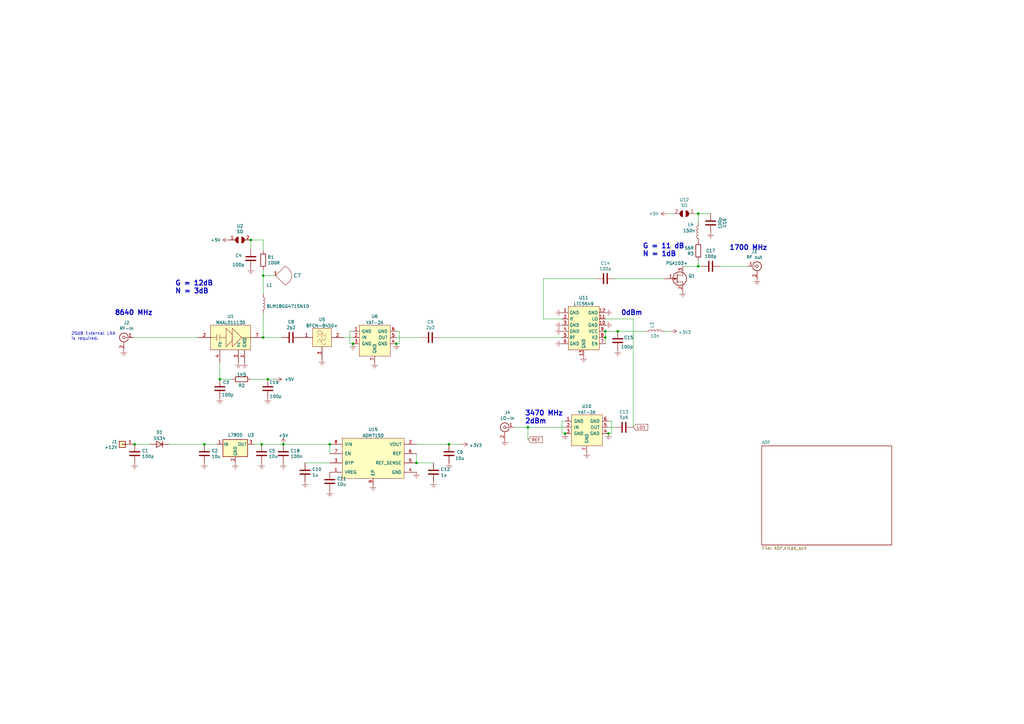
<source format=kicad_sch>
(kicad_sch (version 20211123) (generator eeschema)
  (paper "A3")
  (lib_symbols
    (symbol "Connector_Generic:Conn_01x01" (pin_names (offset 1.016) hide)
      (property "Reference" "J" (at 0 2.54 0))
      (property "Value" "Conn_01x01" (at 0 -2.54 0))
      (symbol "Conn_01x01_1_1"
        (rectangle (start -1.27 0.127) (end 0 -0.127) (stroke (width 0.1524)))
        (rectangle (start -1.27 1.27) (end 1.27 -1.27) (stroke (width 0.254)) (fill (type background)))
        (pin passive line (at -5.08 0 0) (length 3.81) (name "Pin_1") (number "1"))
      )
    )
    (symbol "Device:C" (pin_numbers hide) (pin_names (offset 0.254))
      (property "Reference" "C" (at 0.635 2.54 0))
      (property "Value" "C" (at 0.635 -2.54 0))
      (symbol "C_0_1"
        (polyline (pts (xy -2.032 -0.762) (xy 2.032 -0.762)) (stroke (width 0.508)))
        (polyline (pts (xy -2.032 0.762) (xy 2.032 0.762)) (stroke (width 0.508)))
      )
      (symbol "C_1_1"
        (pin passive line (at 0 3.81 270) (length 2.794) (name "~") (number "1"))
        (pin passive line (at 0 -3.81 90) (length 2.794) (name "~") (number "2"))
      )
    )
    (symbol "Device:D" (pin_numbers hide) (pin_names (offset 1.016) hide)
      (property "Reference" "D" (at 0 2.54 0))
      (property "Value" "D" (at 0 -2.54 0))
      (symbol "D_0_1"
        (polyline (pts (xy -1.27 1.27) (xy -1.27 -1.27)) (stroke (width 0.254)))
        (polyline (pts (xy 1.27 0) (xy -1.27 0)))
        (polyline (pts (xy 1.27 1.27) (xy 1.27 -1.27) (xy -1.27 0) (xy 1.27 1.27)) (stroke (width 0.254)))
      )
      (symbol "D_1_1"
        (pin passive line (at -3.81 0 0) (length 2.54) (name "K") (number "1"))
        (pin passive line (at 3.81 0 180) (length 2.54) (name "A") (number "2"))
      )
    )
    (symbol "Device:L" (pin_numbers hide) (pin_names (offset 1.016) hide)
      (property "Reference" "L" (at -1.27 0 90))
      (property "Value" "L" (at 1.905 0 90))
      (symbol "L_0_1"
        (arc (start 0 -2.54) (mid 0.635 -1.905) (end 0 -1.27))
        (arc (start 0 -1.27) (mid 0.635 -0.635) (end 0 0))
        (arc (start 0 0) (mid 0.635 0.635) (end 0 1.27))
        (arc (start 0 1.27) (mid 0.635 1.905) (end 0 2.54))
      )
      (symbol "L_1_1"
        (pin passive line (at 0 3.81 270) (length 1.27) (name "1") (number "1"))
        (pin passive line (at 0 -3.81 90) (length 1.27) (name "2") (number "2"))
      )
    )
    (symbol "Device:R" (pin_numbers hide) (pin_names (offset 0))
      (property "Reference" "R" (at 2.032 0 90))
      (property "Value" "R" (at 0 0 90))
      (symbol "R_0_1"
        (rectangle (start -1.016 -2.54) (end 1.016 2.54) (stroke (width 0.254)))
      )
      (symbol "R_1_1"
        (pin passive line (at 0 3.81 270) (length 1.27) (name "~") (number "1"))
        (pin passive line (at 0 -3.81 90) (length 1.27) (name "~") (number "2"))
      )
    )
    (symbol "Maarten_Kicad5:CONN_COAXIAL" (pin_names (offset 1.016) hide)
      (property "Reference" "J" (at 0.254 3.048 0))
      (property "Value" "CONN_COAXIAL" (at 2.921 0 90))
      (symbol "CONN_COAXIAL_0_1"
        (arc (start -1.778 -0.508) (mid 0.222 -1.808) (end 1.778 0) (stroke (width 0.254)))
        (polyline (pts (xy -1.27 0) (xy -0.508 0)))
        (polyline (pts (xy 0 -2.54) (xy 0 -1.778)))
        (circle (center 0 0) (radius 0.508) (stroke (width 0.2032)))
        (arc (start 1.778 0) (mid 0.222 1.8083) (end -1.778 0.508) (stroke (width 0.254)))
      )
      (symbol "CONN_COAXIAL_1_1"
        (pin passive line (at -3.81 0 0) (length 2.54) (name "In") (number "1"))
        (pin passive line (at 0 -5.08 90) (length 2.54) (name "Ext") (number "2"))
      )
    )
    (symbol "Maarten_Kicad5:SFP5189Z" (pin_names (offset 0) hide)
      (property "Reference" "Q" (at 5.08 1.905 0))
      (property "Value" "SFP5189Z" (at 5.08 0 0))
      (symbol "SFP5189Z_0_1"
        (polyline (pts (xy 0.254 1.905) (xy 0.254 -1.905) (xy 0.254 -1.905)) (stroke (width 0.254)))
        (polyline (pts (xy 2.54 -2.54) (xy 2.54 -1.27) (xy 0.254 -1.27)))
        (polyline (pts (xy 2.54 2.54) (xy 2.54 1.397) (xy 0.254 1.397)))
        (polyline (pts (xy 0 0) (xy -1.016 0.381) (xy -1.016 -0.381) (xy 0 0)) (fill (type outline)))
        (circle (center 1.27 0) (radius 2.8194) (stroke (width 0.254)))
      )
      (symbol "SFP5189Z_1_1"
        (pin input line (at -5.08 0 0) (length 5.334) (name "G") (number "1"))
        (pin passive line (at 2.54 -5.08 90) (length 2.54) (name "S") (number "2"))
        (pin passive line (at 2.54 5.08 270) (length 2.54) (name "D") (number "3"))
      )
    )
    (symbol "Maarten_Kicad5:SO" (pin_names (offset 1.016))
      (property "Reference" "U" (at 0 -2.54 0))
      (property "Value" "SO" (at 0 2.54 0))
      (symbol "SO_0_1"
        (arc (start -1.27 1.27) (mid -2.54 0) (end -1.27 -1.27) (fill (type outline)))
        (arc (start 0 -1.27) (mid 1.27 0) (end 0 1.27) (fill (type outline)))
        (polyline (pts (xy -1.27 1.27) (xy -1.27 -1.27)))
        (polyline (pts (xy 0 -1.27) (xy 0 1.27)))
      )
      (symbol "SO_1_1"
        (pin input line (at -5.08 0 0) (length 2.54) (name "~") (number "1"))
        (pin input line (at 3.81 0 180) (length 2.54) (name "~") (number "2"))
      )
    )
    (symbol "Maarten_Kicad5:printedC" (pin_names (offset 1.016))
      (property "Reference" "C" (at 1.27 -3.81 0))
      (symbol "printedC_0_1"
        (arc (start -1.27 -3.81) (mid 1.4761 0) (end -1.27 3.81))
        (polyline (pts (xy -1.27 3.81) (xy -5.08 0) (xy -1.27 -3.81)))
      )
      (symbol "printedC_1_1"
        (pin input line (at -5.08 0 0) (length 0) (name "~") (number "1"))
      )
    )
    (symbol "My_library:ADM7150" (pin_names (offset 1.016))
      (property "Reference" "U" (at 11.43 -8.89 0))
      (property "Value" "ADM7150" (at 8.89 10.16 0))
      (symbol "ADM7150_0_1"
        (rectangle (start -12.7 8.89) (end 12.7 -7.62) (fill (type background)))
      )
      (symbol "ADM7150_1_1"
        (pin input line (at -17.78 -5.08 0) (length 5.08) (name "VREG") (number "1"))
        (pin input line (at 17.78 6.35 180) (length 5.08) (name "VOUT") (number "2"))
        (pin input line (at -17.78 -1.27 0) (length 5.08) (name "BYP") (number "3"))
        (pin input line (at 17.78 -5.08 180) (length 5.08) (name "GND") (number "4"))
        (pin input line (at 17.78 -1.27 180) (length 5.08) (name "REF_SENSE") (number "5"))
        (pin input line (at 17.78 2.54 180) (length 5.08) (name "REF") (number "6"))
        (pin input line (at -17.78 2.54 0) (length 5.08) (name "EN") (number "7"))
        (pin power_in line (at -17.78 6.35 0) (length 5.08) (name "VIN") (number "8"))
        (pin input line (at 0 -10.16 90) (length 2.54) (name "EP") (number "9"))
      )
    )
    (symbol "My_library:LFSN25C16C2450" (pin_names (offset 1.016))
      (property "Reference" "U" (at 0 5.08 0))
      (property "Value" "LFSN25C16C2450" (at 7.62 -2.54 0))
      (symbol "LFSN25C16C2450_0_1"
        (rectangle (start -3.81 3.81) (end 3.81 -3.81) (fill (type background)))
        (polyline (pts (xy -0.6096 -1.8796) (xy 0.0508 -1.1176)) (stroke (width 0.1016)))
        (polyline (pts (xy -0.1524 1.2192) (xy 0.5588 1.9812) (xy 0.5588 1.9304)) (stroke (width 0.1016)))
        (polyline (pts (xy -1.8288 0.0508) (xy -1.524 0.9652) (xy -1.016 1.4224) (xy -0.4064 1.0668) (xy 0 -0.0508) (xy 0.508 -0.9652) (xy 0.8636 -1.27) (xy 1.27 -0.8128) (xy 1.4732 0)) (stroke (width 0.1016)))
        (polyline (pts (xy -1.778 -2.0828) (xy -1.3716 -1.0668) (xy -1.1176 -0.6096) (xy -0.8128 -0.6096) (xy -0.3556 -1.3716) (xy 0.1016 -2.4384) (xy 0.6096 -2.9464) (xy 1.27 -2.794) (xy 1.5748 -2.2352)) (stroke (width 0.1016)))
        (polyline (pts (xy -1.9812 1.524) (xy -1.6256 2.4892) (xy -1.0668 2.8956) (xy -0.254 2.3876) (xy 0.1524 1.524) (xy 0.6604 0.7112) (xy 0.9652 0.4064) (xy 1.2192 0.5588) (xy 1.5748 1.524) (xy 1.6256 1.524)) (stroke (width 0.1016)))
      )
      (symbol "LFSN25C16C2450_1_1"
        (pin passive line (at -8.89 0 0) (length 5.08) (name "~") (number "1"))
        (pin passive line (at 8.89 0 180) (length 5.08) (name "~") (number "2"))
        (pin power_in line (at 0 -8.89 90) (length 5.08) (name "~") (number "3"))
        (pin power_in line (at 0 -8.89 90) (length 5.08) hide (name "~") (number "4"))
      )
    )
    (symbol "My_library:LTC5549"
      (property "Reference" "U?" (at 0 12.539 0))
      (property "Value" "LTC5549" (at 0 10.0021 0))
      (symbol "LTC5549_0_1"
        (rectangle (start -6.35 8.89) (end 6.35 -8.89) (stroke (width 0.1524)) (fill (type background)))
      )
      (symbol "LTC5549_1_1"
        (pin power_in line (at -8.89 6.35 0) (length 2.54) (name "GND") (number "1"))
        (pin power_in line (at 8.89 1.27 180) (length 2.54) (name "GND") (number "10"))
        (pin input line (at 8.89 3.81 180) (length 2.54) (name "LO") (number "11"))
        (pin power_in line (at 8.89 6.35 180) (length 2.54) (name "GND") (number "12"))
        (pin power_in line (at 0 -11.43 90) (length 2.54) (name "GND") (number "13"))
        (pin input line (at -8.89 3.81 0) (length 2.54) (name "IF") (number "2"))
        (pin power_in line (at -8.89 1.27 0) (length 2.54) (name "GND") (number "3"))
        (pin power_in line (at -8.89 -1.27 0) (length 2.54) (name "GND") (number "4"))
        (pin input line (at -8.89 -3.81 0) (length 2.54) (name "RF") (number "5"))
        (pin power_in line (at -8.89 -6.35 0) (length 2.54) (name "GND") (number "6"))
        (pin input line (at 8.89 -6.35 180) (length 2.54) (name "EN") (number "7"))
        (pin input line (at 8.89 -3.81 180) (length 2.54) (name "X2") (number "8"))
        (pin power_in line (at 8.89 -1.27 180) (length 2.54) (name "VCC") (number "9"))
      )
    )
    (symbol "My_library:MAAL011130" (pin_names (offset 1.016))
      (property "Reference" "U" (at 7.62 -6.985 0))
      (property "Value" "MAAL011130" (at 6.985 6.35 0))
      (symbol "MAAL011130_0_1"
        (rectangle (start -8.89 5.08) (end 7.62 -5.08) (fill (type background)))
        (polyline (pts (xy 3.81 0) (xy 6.35 0)))
        (polyline (pts (xy 6.35 0) (xy 7.62 0)))
        (polyline (pts (xy -8.89 0) (xy -6.35 0) (xy -6.35 1.27) (xy -6.35 -1.27)))
        (polyline (pts (xy -5.08 1.27) (xy -5.08 -1.27) (xy -5.08 0) (xy -2.54 0)))
        (polyline (pts (xy 0 -3.81) (xy 0 3.81) (xy 3.81 0) (xy 0 -3.81)))
        (polyline (pts (xy -2.54 3.81) (xy -2.54 -3.81) (xy 0 -1.27) (xy 0 1.27) (xy -2.54 3.81)))
      )
      (symbol "MAAL011130_1_1"
        (pin input line (at 5.08 -10.16 90) (length 5.08) (name "GND") (number "1"))
        (pin input line (at -13.97 0 0) (length 5.08) (name "~") (number "2"))
        (pin input line (at 2.54 -10.16 90) (length 5.08) (name "nc") (number "3"))
        (pin input line (at -5.08 -10.16 90) (length 5.08) (name "Vb") (number "4"))
        (pin input line (at 2.54 -10.16 90) (length 5.08) hide (name "~") (number "5"))
        (pin input line (at 2.54 -10.16 90) (length 5.08) hide (name "~") (number "6"))
        (pin input line (at 12.7 0 180) (length 5.08) (name "~") (number "7"))
        (pin input line (at 5.08 -10.16 90) (length 5.08) hide (name "~") (number "8"))
        (pin input line (at 5.08 -10.16 90) (length 5.08) hide (name "~") (number "9"))
      )
    )
    (symbol "My_library:YAT-0A" (pin_names (offset 1.016))
      (property "Reference" "U" (at -5.08 6.35 0))
      (property "Value" "YAT-0A" (at 0 7.62 0))
      (symbol "YAT-0A_0_1"
        (rectangle (start -6.35 5.08) (end 6.35 -7.62) (fill (type background)))
      )
      (symbol "YAT-0A_1_1"
        (pin input line (at -8.89 2.54 0) (length 2.54) (name "GND") (number "1"))
        (pin input line (at -8.89 0 0) (length 2.54) (name "IN") (number "2"))
        (pin input line (at -8.89 -2.54 0) (length 2.54) (name "GND") (number "3"))
        (pin input line (at 8.89 -2.54 180) (length 2.54) (name "GND") (number "4"))
        (pin input line (at 8.89 0 180) (length 2.54) (name "OUT") (number "5"))
        (pin input line (at 8.89 2.54 180) (length 2.54) (name "GND") (number "6"))
        (pin input line (at 0 -10.16 90) (length 2.54) (name "GND") (number "7"))
      )
    )
    (symbol "Regulator_Linear:L7805" (pin_names (offset 0.254))
      (property "Reference" "U" (at -3.81 3.175 0))
      (property "Value" "L7805" (at 0 3.175 0))
      (symbol "L7805_0_1"
        (rectangle (start -5.08 1.905) (end 5.08 -5.08) (stroke (width 0.254)) (fill (type background)))
      )
      (symbol "L7805_1_1"
        (pin power_in line (at -7.62 0 0) (length 2.54) (name "IN") (number "1"))
        (pin power_in line (at 0 -7.62 90) (length 2.54) (name "GND") (number "2"))
        (pin power_out line (at 7.62 0 180) (length 2.54) (name "OUT") (number "3"))
      )
    )
    (symbol "power:+3.3V" (power) (pin_names (offset 0))
      (property "Value" "+3.3V" (at 0 3.556 0))
      (symbol "+3.3V_0_1"
        (polyline (pts (xy -0.762 1.27) (xy 0 2.54)))
        (polyline (pts (xy 0 0) (xy 0 2.54)))
        (polyline (pts (xy 0 2.54) (xy 0.762 1.27)))
      )
      (symbol "+3.3V_1_1"
        (pin power_in line (at 0 0 90) (length 0) hide (name "+3V3") (number "1"))
      )
    )
    (symbol "power:+5V" (power) (pin_names (offset 0))
      (property "Value" "+5V" (at 0 3.556 0))
      (symbol "+5V_0_1"
        (polyline (pts (xy -0.762 1.27) (xy 0 2.54)))
        (polyline (pts (xy 0 0) (xy 0 2.54)))
        (polyline (pts (xy 0 2.54) (xy 0.762 1.27)))
      )
      (symbol "+5V_1_1"
        (pin power_in line (at 0 0 90) (length 0) hide (name "+5V") (number "1"))
      )
    )
    (symbol "power:GNDREF" (power) (pin_names (offset 0))
      (property "Value" "GNDREF" (at 0 -3.81 0))
      (symbol "GNDREF_0_1"
        (polyline (pts (xy -0.635 -1.905) (xy 0.635 -1.905)))
        (polyline (pts (xy -0.127 -2.54) (xy 0.127 -2.54)))
        (polyline (pts (xy 0 -1.27) (xy 0 0)))
        (polyline (pts (xy 1.27 -1.27) (xy -1.27 -1.27)))
      )
      (symbol "GNDREF_1_1"
        (pin power_in line (at 0 0 270) (length 0) hide (name "GNDREF") (number "1"))
      )
    )
  )
  (junction (at 286.385 109.22))
  (junction (at 286.385 87.63))
  (junction (at 90.17 155.575))
  (junction (at 109.855 155.575))
  (junction (at 184.15 182.245))
  (junction (at 107.95 113.03))
  (junction (at 83.82 182.245))
  (junction (at 162.56 140.97))
  (junction (at 253.365 135.89))
  (junction (at 144.78 140.97))
  (junction (at 107.315 182.245))
  (junction (at 107.95 138.43))
  (junction (at 102.87 98.425))
  (junction (at 248.285 138.43))
  (junction (at 116.205 182.245))
  (junction (at 135.255 182.245))
  (junction (at 55.245 182.245))
  (junction (at 170.815 189.865))
  (junction (at 249.555 177.8))
  (junction (at 248.285 135.89))
  (junction (at 231.775 177.8))
  (junction (at 216.535 175.26))
  (wire (pts (xy 170.815 189.865) (xy 177.8 189.865)))
  (wire (pts (xy 286.385 87.63) (xy 291.465 87.63)))
  (wire (pts (xy 286.385 87.63) (xy 286.385 91.44)))
  (wire (pts (xy 107.95 128.27) (xy 107.95 138.43)))
  (wire (pts (xy 143.51 140.97) (xy 144.78 140.97)))
  (wire (pts (xy 90.17 155.575) (xy 90.17 148.59)))
  (wire (pts (xy 285.115 87.63) (xy 286.385 87.63)))
  (wire (pts (xy 216.535 175.26) (xy 231.775 175.26)))
  (wire (pts (xy 210.82 175.26) (xy 216.535 175.26)))
  (wire (pts (xy 163.83 135.89) (xy 163.83 140.97)))
  (wire (pts (xy 107.95 113.03) (xy 107.95 120.65)))
  (wire (pts (xy 107.95 98.425) (xy 107.95 102.87)))
  (wire (pts (xy 248.285 135.89) (xy 248.285 138.43)))
  (wire (pts (xy 170.815 186.055) (xy 170.815 189.865)))
  (wire (pts (xy 69.215 182.245) (xy 83.82 182.245)))
  (wire (pts (xy 295.275 109.22) (xy 306.705 109.22)))
  (wire (pts (xy 144.78 135.89) (xy 143.51 135.89)))
  (wire (pts (xy 253.365 135.89) (xy 264.795 135.89)))
  (wire (pts (xy 230.505 177.8) (xy 231.775 177.8)))
  (wire (pts (xy 135.255 182.245) (xy 135.255 186.055)))
  (wire (pts (xy 252.095 114.3) (xy 272.415 114.3)))
  (wire (pts (xy 107.95 113.03) (xy 113.03 113.03)))
  (wire (pts (xy 250.825 177.8) (xy 249.555 177.8)))
  (wire (pts (xy 286.385 106.68) (xy 286.385 109.22)))
  (wire (pts (xy 162.56 135.89) (xy 163.83 135.89)))
  (wire (pts (xy 272.415 135.89) (xy 274.955 135.89)))
  (wire (pts (xy 231.775 172.72) (xy 230.505 172.72)))
  (wire (pts (xy 102.87 155.575) (xy 109.855 155.575)))
  (wire (pts (xy 222.885 130.81) (xy 222.885 114.3)))
  (wire (pts (xy 113.03 155.575) (xy 109.855 155.575)))
  (wire (pts (xy 83.82 182.245) (xy 88.9 182.245)))
  (wire (pts (xy 216.535 175.26) (xy 216.535 180.34)))
  (wire (pts (xy 140.97 138.43) (xy 144.78 138.43)))
  (wire (pts (xy 222.885 130.81) (xy 230.505 130.81)))
  (wire (pts (xy 90.17 155.575) (xy 95.25 155.575)))
  (wire (pts (xy 249.555 172.72) (xy 250.825 172.72)))
  (wire (pts (xy 143.51 135.89) (xy 143.51 140.97)))
  (wire (pts (xy 249.555 175.26) (xy 252.095 175.26)))
  (wire (pts (xy 170.815 182.245) (xy 184.15 182.245)))
  (wire (pts (xy 102.87 98.425) (xy 107.95 98.425)))
  (wire (pts (xy 259.715 130.81) (xy 259.715 175.26)))
  (wire (pts (xy 180.34 138.43) (xy 230.505 138.43)))
  (wire (pts (xy 230.505 172.72) (xy 230.505 177.8)))
  (wire (pts (xy 276.225 87.63) (xy 273.685 87.63)))
  (wire (pts (xy 55.245 182.245) (xy 61.595 182.245)))
  (wire (pts (xy 250.825 172.72) (xy 250.825 177.8)))
  (wire (pts (xy 248.285 135.89) (xy 253.365 135.89)))
  (wire (pts (xy 107.95 110.49) (xy 107.95 113.03)))
  (wire (pts (xy 172.72 138.43) (xy 162.56 138.43)))
  (wire (pts (xy 163.83 140.97) (xy 162.56 140.97)))
  (wire (pts (xy 248.285 130.81) (xy 259.715 130.81)))
  (wire (pts (xy 125.095 189.865) (xy 135.255 189.865)))
  (wire (pts (xy 248.285 138.43) (xy 248.285 140.97)))
  (wire (pts (xy 286.385 109.22) (xy 287.655 109.22)))
  (wire (pts (xy 184.15 182.245) (xy 189.23 182.245)))
  (wire (pts (xy 280.035 109.22) (xy 286.385 109.22)))
  (wire (pts (xy 102.87 98.425) (xy 102.87 102.235)))
  (wire (pts (xy 107.95 138.43) (xy 115.57 138.43)))
  (wire (pts (xy 222.885 114.3) (xy 244.475 114.3)))
  (wire (pts (xy 116.205 182.245) (xy 135.255 182.245)))
  (wire (pts (xy 54.61 138.43) (xy 81.28 138.43)))
  (wire (pts (xy 104.14 182.245) (xy 107.315 182.245)))
  (wire (pts (xy 107.315 182.245) (xy 116.205 182.245)))
  (text "20dB External LNA\nis required.\n" (at 29.21 139.7 0) (effects (font (size 1.27 1.27)) (justify left bottom)))
  (text "8640 MHz" (at 46.99 129.54 0) (effects (font (size 2.0066 2.0066) (thickness 0.4013) bold) (justify left bottom)))
  (text "0dBm" (at 254.635 129.54 0) (effects (font (size 2.0066 2.0066) (thickness 0.4013) bold) (justify left bottom)))
  (text "3470 MHz\n2dBm" (at 215.265 173.99 0) (effects (font (size 2.0066 2.0066) (thickness 0.4013) bold) (justify left bottom)))
  (text "G = 11 dB\nN = 1dB" (at 263.525 105.41 0) (effects (font (size 2.0066 2.0066) (thickness 0.4013) bold) (justify left bottom)))
  (text "G = 12dB\nN = 3dB" (at 71.755 120.65 0) (effects (font (size 2.0066 2.0066) (thickness 0.4013) bold) (justify left bottom)))
  (text "1700 MHz" (at 299.085 102.87 0) (effects (font (size 2.0066 2.0066) (thickness 0.4013) bold) (justify left bottom)))
  (global_label "REF" (shape input) (at 216.535 180.34 0) (property "Intersheet References" "${INTERSHEET_REFS}" (effects hide)))
  (global_label "LO1" (shape input) (at 259.715 175.26 0) (property "Intersheet References" "${INTERSHEET_REFS}" (effects hide)))
  (symbol (lib_id "power:GNDREF") (at 207.01 180.34 0) (unit 1)
    (property "Reference" "#PWR017" (effects hide))
    (property "Value" "GNDREF" (effects hide))
  )
  (symbol (lib_id "Connector_Generic:Conn_01x01") (at 50.165 182.245 0) (mirror y) (unit 1)
    (property "Reference" "J1" (at 48.133 181.1782 0) (effects (justify left)))
    (property "Value" "+12V" (at 48.133 183.4896 0) (effects (justify left)))
    (property "Footprint" "Connector_PinHeader_1.00mm:PinHeader_1x01_P1.00mm_Vertical" (effects hide))
  )
  (symbol (lib_id "Regulator_Linear:L7805") (at 96.52 182.245 0) (unit 1)
    (property "Reference" "U3" (at 102.87 178.435 0))
    (property "Value" "L7805" (at 96.52 178.4096 0))
    (property "Footprint" "Package_TO_SOT_SMD:TO-252-3_TabPin2" (effects hide))
    (property "Datasheet" "http://www.st.com/content/ccc/resource/technical/document/datasheet/41/4f/b3/b0/12/d4/47/88/CD00000444.pdf/files/CD00000444.pdf/jcr:content/translations/en.CD00000444.pdf" (effects hide))
  )
  (symbol (lib_id "power:GNDREF") (at 96.52 189.865 0) (unit 1)
    (property "Reference" "#PWR05" (effects hide))
    (property "Value" "GNDREF" (effects hide))
  )
  (symbol (lib_id "power:GNDREF") (at 310.515 114.3 0) (mirror y) (unit 1)
    (property "Reference" "#PWR035" (effects hide))
    (property "Value" "GNDREF" (effects hide))
  )
  (symbol (lib_id "power:GNDREF") (at 107.315 189.865 0) (unit 1)
    (property "Reference" "#PWR09" (effects hide))
    (property "Value" "GNDREF" (effects hide))
  )
  (symbol (lib_id "power:GNDREF") (at 55.245 189.865 0) (unit 1)
    (property "Reference" "#PWR02" (effects hide))
    (property "Value" "GNDREF" (effects hide))
  )
  (symbol (lib_id "Device:C") (at 55.245 186.055 180) (unit 1)
    (property "Reference" "C1" (at 58.166 184.8866 0) (effects (justify right)))
    (property "Value" "100p" (at 58.166 187.198 0) (effects (justify right)))
    (property "Footprint" "Capacitor_SMD:C_0603_1608Metric_Pad1.08x0.95mm_HandSolder" (effects hide))
  )
  (symbol (lib_id "power:GNDREF") (at 83.82 189.865 0) (unit 1)
    (property "Reference" "#PWR03" (effects hide))
    (property "Value" "GNDREF" (effects hide))
  )
  (symbol (lib_id "Maarten_Kicad5:SFP5189Z") (at 277.495 114.3 0) (unit 1)
    (property "Reference" "Q1" (at 282.3464 113.1316 0) (effects (justify left)))
    (property "Value" "PGA103+" (at 273.05 107.95 0) (effects (justify left)))
    (property "Footprint" "Package_TO_SOT_SMD:SOT-89-3" (effects hide))
  )
  (symbol (lib_id "Device:C") (at 291.465 109.22 90) (mirror x) (unit 1)
    (property "Reference" "C17" (at 291.465 102.8192 90))
    (property "Value" "100p" (at 291.465 105.1306 90))
    (property "Footprint" "Capacitor_SMD:C_0603_1608Metric_Pad1.08x0.95mm_HandSolder" (effects hide))
  )
  (symbol (lib_id "power:GNDREF") (at 280.035 119.38 0) (mirror y) (unit 1)
    (property "Reference" "#PWR033" (effects hide))
    (property "Value" "GNDREF" (effects hide))
  )
  (symbol (lib_id "Device:C") (at 107.315 186.055 180) (unit 1)
    (property "Reference" "C5" (at 110.236 184.8866 0) (effects (justify right)))
    (property "Value" "10u" (at 110.236 187.198 0) (effects (justify right)))
    (property "Footprint" "Capacitor_SMD:C_0805_2012Metric_Pad1.18x1.45mm_HandSolder" (effects hide))
  )
  (symbol (lib_id "Device:C") (at 83.82 186.055 180) (unit 1)
    (property "Reference" "C2" (at 86.741 184.8866 0) (effects (justify right)))
    (property "Value" "10u" (at 86.741 187.198 0) (effects (justify right)))
    (property "Footprint" "Capacitor_SMD:C_0805_2012Metric_Pad1.18x1.45mm_HandSolder" (effects hide))
  )
  (symbol (lib_id "Device:L") (at 286.385 95.25 0) (mirror y) (unit 1)
    (property "Reference" "L4" (at 284.48 92.075 0) (effects (justify left)))
    (property "Value" "150n" (at 285.115 94.615 0) (effects (justify left)))
    (property "Footprint" "Inductor_SMD:L_0805_2012Metric_Pad1.15x1.40mm_HandSolder" (effects hide))
  )
  (symbol (lib_id "Device:C") (at 291.465 91.44 0) (mirror x) (unit 1)
    (property "Reference" "C16" (at 297.18 91.44 90))
    (property "Value" "100p" (at 295.275 91.44 90))
    (property "Footprint" "Capacitor_SMD:C_0603_1608Metric_Pad1.08x0.95mm_HandSolder" (effects hide))
  )
  (symbol (lib_id "power:GNDREF") (at 291.465 95.25 0) (mirror y) (unit 1)
    (property "Reference" "#PWR034" (effects hide))
    (property "Value" "GNDREF" (effects hide))
  )
  (symbol (lib_id "Maarten_Kicad5:SO") (at 280.035 87.63 0) (mirror y) (unit 1)
    (property "Reference" "U12" (at 280.67 81.915 0))
    (property "Value" "SO" (at 280.67 84.2264 0))
    (property "Footprint" "Jumper:SolderJumper-2_P1.3mm_Open_RoundedPad1.0x1.5mm" (effects hide))
  )
  (symbol (lib_id "power:GNDREF") (at 109.855 163.195 0) (unit 1)
    (property "Reference" "#PWR0106" (effects hide))
    (property "Value" "GNDREF" (effects hide))
  )
  (symbol (lib_id "My_library:MAAL011130") (at 95.25 138.43 0) (unit 1)
    (property "Reference" "U1" (at 94.615 129.7772 0))
    (property "Value" "MAAL011130" (at 94.615 132.3141 0))
    (property "Footprint" "Maarten_Kicad6:TDFN-8-1EP_2.0x2.0mm_P0.5mm_EP1.2x0.6mm" (effects hide))
  )
  (symbol (lib_id "power:GNDREF") (at 153.035 198.755 0) (unit 1)
    (property "Reference" "#PWR06" (effects hide))
    (property "Value" "GNDREF" (effects hide))
  )
  (symbol (lib_id "Device:C") (at 255.905 175.26 90) (mirror x) (unit 1)
    (property "Reference" "C13" (at 255.905 168.91 90))
    (property "Value" "5p6" (at 255.905 171.1706 90))
    (property "Footprint" "Capacitor_SMD:C_0805_2012Metric_Pad1.18x1.45mm_HandSolder" (effects hide))
  )
  (symbol (lib_id "Device:C") (at 184.15 186.055 180) (unit 1)
    (property "Reference" "C6" (at 187.325 185.42 0) (effects (justify right)))
    (property "Value" "10u" (at 186.69 187.96 0) (effects (justify right)))
    (property "Footprint" "Capacitor_SMD:C_0805_2012Metric_Pad1.18x1.45mm_HandSolder" (effects hide))
  )
  (symbol (lib_id "My_library:LFSN25C16C2450") (at 132.08 138.43 0) (unit 1)
    (property "Reference" "U5" (at 132.08 131.0472 0))
    (property "Value" "BFCN-8450+" (at 132.08 133.5841 0))
    (property "Footprint" "Maarten_Kicad6:BFCN-8450" (effects hide))
  )
  (symbol (lib_id "power:+5V") (at 113.03 155.575 270) (unit 1)
    (property "Reference" "#PWR0105" (effects hide))
    (property "Value" "+5V" (at 120.65 155.575 90) (effects (justify right)))
  )
  (symbol (lib_id "power:GNDREF") (at 170.815 193.675 0) (unit 1)
    (property "Reference" "#PWR057" (effects hide))
    (property "Value" "GNDREF" (effects hide))
  )
  (symbol (lib_id "power:+5V") (at 93.98 98.425 90) (unit 1)
    (property "Reference" "#PWR04" (effects hide))
    (property "Value" "+5V" (at 86.36 98.425 90) (effects (justify right)))
  )
  (symbol (lib_id "power:GNDREF") (at 102.87 109.855 0) (unit 1)
    (property "Reference" "#PWR07" (effects hide))
    (property "Value" "GNDREF" (effects hide))
  )
  (symbol (lib_id "power:GNDREF") (at 132.08 147.32 0) (unit 1)
    (property "Reference" "#PWR013" (effects hide))
    (property "Value" "GNDREF" (effects hide))
  )
  (symbol (lib_id "Device:C") (at 253.365 139.7 180) (unit 1)
    (property "Reference" "C15" (at 255.905 138.43 0) (effects (justify right)))
    (property "Value" "100p" (at 254.635 142.24 0) (effects (justify right)))
    (property "Footprint" "Capacitor_SMD:C_0805_2012Metric_Pad1.18x1.45mm_HandSolder" (effects hide))
  )
  (symbol (lib_id "Device:C") (at 248.285 114.3 90) (mirror x) (unit 1)
    (property "Reference" "C14" (at 248.285 107.95 90))
    (property "Value" "100p" (at 248.285 110.2106 90))
    (property "Footprint" "Capacitor_SMD:C_0805_2012Metric_Pad1.18x1.45mm_HandSolder" (effects hide))
  )
  (symbol (lib_id "power:+5V") (at 116.205 182.245 0) (unit 1)
    (property "Reference" "#PWR011" (effects hide))
    (property "Value" "+5V" (at 116.205 178.6692 0))
  )
  (symbol (lib_id "power:GNDREF") (at 153.67 148.59 0) (unit 1)
    (property "Reference" "#PWR015" (effects hide))
    (property "Value" "GNDREF" (effects hide))
  )
  (symbol (lib_id "Device:C") (at 119.38 138.43 270) (unit 1)
    (property "Reference" "C8" (at 119.38 132.0292 90))
    (property "Value" "2p2" (at 119.38 134.3406 90))
    (property "Footprint" "Capacitor_SMD:C_0603_1608Metric_Pad1.08x0.95mm_HandSolder" (effects hide))
  )
  (symbol (lib_id "power:GNDREF") (at 97.79 148.59 0) (unit 1)
    (property "Reference" "#PWR0107" (effects hide))
    (property "Value" "GNDREF" (effects hide))
  )
  (symbol (lib_id "power:GNDREF") (at 177.8 197.485 0) (unit 1)
    (property "Reference" "#PWR058" (effects hide))
    (property "Value" "GNDREF" (effects hide))
  )
  (symbol (lib_id "Device:C") (at 90.17 159.385 0) (unit 1)
    (property "Reference" "C3" (at 92.71 156.845 0))
    (property "Value" "100p" (at 93.345 161.925 0))
    (property "Footprint" "Capacitor_SMD:C_0603_1608Metric_Pad1.08x0.95mm_HandSolder" (effects hide))
  )
  (symbol (lib_id "power:GNDREF") (at 230.505 128.27 270) (mirror x) (unit 1)
    (property "Reference" "#PWR024" (effects hide))
    (property "Value" "GNDREF" (effects hide))
  )
  (symbol (lib_id "power:GNDREF") (at 253.365 143.51 0) (unit 1)
    (property "Reference" "#PWR030" (effects hide))
    (property "Value" "GNDREF" (effects hide))
  )
  (symbol (lib_id "Device:R") (at 99.06 155.575 270) (unit 1)
    (property "Reference" "R2" (at 97.79 158.115 90) (effects (justify left)))
    (property "Value" "1K5" (at 97.155 153.67 90) (effects (justify left)))
    (property "Footprint" "Resistor_SMD:R_0805_2012Metric_Pad1.20x1.40mm_HandSolder" (effects hide))
  )
  (symbol (lib_id "power:GNDREF") (at 231.775 177.8 0) (unit 1)
    (property "Reference" "#PWR020" (effects hide))
    (property "Value" "GNDREF" (effects hide))
  )
  (symbol (lib_id "Device:C") (at 176.53 138.43 90) (mirror x) (unit 1)
    (property "Reference" "C9" (at 176.53 132.08 90))
    (property "Value" "2p2" (at 176.53 134.3406 90))
    (property "Footprint" "Capacitor_SMD:C_0603_1608Metric_Pad1.08x0.95mm_HandSolder" (effects hide))
  )
  (symbol (lib_id "Device:C") (at 109.855 159.385 0) (unit 1)
    (property "Reference" "C19" (at 112.395 156.845 0))
    (property "Value" "100p" (at 113.03 162.56 0))
    (property "Footprint" "Capacitor_SMD:C_0603_1608Metric_Pad1.08x0.95mm_HandSolder" (effects hide))
  )
  (symbol (lib_id "Device:D") (at 65.405 182.245 180) (unit 1)
    (property "Reference" "D1" (at 65.405 177.2752 0))
    (property "Value" "SS34" (at 65.405 179.8121 0))
    (property "Footprint" "Diode_SMD:D_SMA" (effects hide))
  )
  (symbol (lib_id "power:GNDREF") (at 230.505 133.35 270) (mirror x) (unit 1)
    (property "Reference" "#PWR025" (effects hide))
    (property "Value" "GNDREF" (effects hide))
  )
  (symbol (lib_id "power:GNDREF") (at 230.505 140.97 270) (mirror x) (unit 1)
    (property "Reference" "#PWR027" (effects hide))
    (property "Value" "GNDREF" (effects hide))
  )
  (symbol (lib_id "Device:L") (at 268.605 135.89 90) (unit 1)
    (property "Reference" "L3" (at 267.4366 134.5438 0) (effects (justify left)))
    (property "Value" "10n" (at 270.51 137.795 90) (effects (justify left)))
    (property "Footprint" "Inductor_SMD:L_0805_2012Metric_Pad1.05x1.20mm_HandSolder" (effects hide))
  )
  (symbol (lib_id "Device:C") (at 102.87 106.045 180) (unit 1)
    (property "Reference" "C4" (at 96.52 104.775 0) (effects (justify right)))
    (property "Value" "100p" (at 95.25 108.585 0) (effects (justify right)))
    (property "Footprint" "Capacitor_SMD:C_0603_1608Metric_Pad1.08x0.95mm_HandSolder" (effects hide))
  )
  (symbol (lib_id "Maarten_Kicad5:SO") (at 99.06 98.425 0) (unit 1)
    (property "Reference" "U2" (at 98.425 92.71 0))
    (property "Value" "SO" (at 98.425 95.0214 0))
    (property "Footprint" "Jumper:SolderJumper-2_P1.3mm_Open_RoundedPad1.0x1.5mm" (effects hide))
  )
  (symbol (lib_id "power:GNDREF") (at 184.15 189.865 0) (unit 1)
    (property "Reference" "#PWR010" (effects hide))
    (property "Value" "GNDREF" (effects hide))
  )
  (symbol (lib_id "power:GNDREF") (at 240.665 185.42 0) (unit 1)
    (property "Reference" "#PWR022" (effects hide))
    (property "Value" "GNDREF" (effects hide))
  )
  (symbol (lib_id "power:GNDREF") (at 144.78 140.97 0) (unit 1)
    (property "Reference" "#PWR014" (effects hide))
    (property "Value" "GNDREF" (effects hide))
  )
  (symbol (lib_id "Device:C") (at 125.095 193.675 180) (unit 1)
    (property "Reference" "C10" (at 128.016 192.5066 0) (effects (justify right)))
    (property "Value" "1u" (at 128.016 194.818 0) (effects (justify right)))
    (property "Footprint" "Capacitor_SMD:C_0805_2012Metric_Pad1.18x1.45mm_HandSolder" (effects hide))
  )
  (symbol (lib_id "power:GNDREF") (at 249.555 177.8 0) (unit 1)
    (property "Reference" "#PWR023" (effects hide))
    (property "Value" "GNDREF" (effects hide))
  )
  (symbol (lib_id "Device:C") (at 116.205 186.055 180) (unit 1)
    (property "Reference" "C18" (at 119.126 184.8866 0) (effects (justify right)))
    (property "Value" "100n" (at 119.126 187.198 0) (effects (justify right)))
    (property "Footprint" "Capacitor_SMD:C_0805_2012Metric_Pad1.18x1.45mm_HandSolder" (effects hide))
  )
  (symbol (lib_id "Maarten_Kicad5:CONN_COAXIAL") (at 50.8 138.43 0) (mirror y) (unit 1)
    (property "Reference" "J2" (at 51.943 132.3848 0))
    (property "Value" "RF-In" (at 51.943 134.6962 0))
    (property "Footprint" "Maarten_Kicad6:SMA_side_PCB" (effects hide))
  )
  (symbol (lib_id "power:GNDREF") (at 248.285 133.35 90) (mirror x) (unit 1)
    (property "Reference" "#PWR029" (effects hide))
    (property "Value" "GNDREF" (effects hide))
  )
  (symbol (lib_id "power:GNDREF") (at 125.095 197.485 0) (unit 1)
    (property "Reference" "#PWR018" (effects hide))
    (property "Value" "GNDREF" (effects hide))
  )
  (symbol (lib_id "power:GNDREF") (at 116.205 189.865 0) (unit 1)
    (property "Reference" "#PWR0101" (effects hide))
    (property "Value" "GNDREF" (effects hide))
  )
  (symbol (lib_id "power:+3.3V") (at 274.955 135.89 270) (unit 1)
    (property "Reference" "#PWR032" (effects hide))
    (property "Value" "+3.3V" (at 278.13 136.3238 90) (effects (justify left)))
  )
  (symbol (lib_id "My_library:LTC5549") (at 239.395 134.62 0) (unit 1)
    (property "Reference" "U11" (at 239.395 122.081 0))
    (property "Value" "LTC5549" (at 239.395 124.6179 0))
    (property "Footprint" "Maarten_Kicad6:QFN-12-UDB Var A 3.5x2.5mm" (effects hide))
  )
  (symbol (lib_id "Maarten_Kicad5:printedC") (at 118.11 113.03 0) (unit 1)
    (property "Reference" "C7" (at 120.2944 113.03 0) (effects (font (size 1.524 1.524)) (justify left)))
    (property "Value" "printedC" (effects hide))
    (property "Footprint" "Maarten_Kicad6:PrintedC" (effects hide))
  )
  (symbol (lib_id "power:GNDREF") (at 230.505 135.89 270) (mirror x) (unit 1)
    (property "Reference" "#PWR026" (effects hide))
    (property "Value" "GNDREF" (effects hide))
  )
  (symbol (lib_id "Maarten_Kicad5:CONN_COAXIAL") (at 207.01 175.26 0) (mirror y) (unit 1)
    (property "Reference" "J4" (at 208.153 169.2148 0))
    (property "Value" "LO-In" (at 208.153 171.5262 0))
    (property "Footprint" "Maarten_Kicad6:SMA_side_PCB" (effects hide))
  )
  (symbol (lib_id "Maarten_Kicad5:CONN_COAXIAL") (at 310.515 109.22 0) (unit 1)
    (property "Reference" "J3" (at 309.372 103.1748 0))
    (property "Value" "RF out" (at 309.372 105.4862 0))
    (property "Footprint" "Maarten_Kicad6:SMA_side_PCB" (effects hide))
  )
  (symbol (lib_id "power:GNDREF") (at 248.285 128.27 90) (mirror x) (unit 1)
    (property "Reference" "#PWR028" (effects hide))
    (property "Value" "GNDREF" (effects hide))
  )
  (symbol (lib_id "power:GNDREF") (at 135.255 201.295 0) (unit 1)
    (property "Reference" "#PWR019" (effects hide))
    (property "Value" "GNDREF" (effects hide))
  )
  (symbol (lib_id "Device:R") (at 286.385 102.87 180) (unit 1)
    (property "Reference" "R3" (at 284.607 104.0384 0) (effects (justify left)))
    (property "Value" "56R" (at 284.607 101.727 0) (effects (justify left)))
    (property "Footprint" "Resistor_SMD:R_0805_2012Metric_Pad1.20x1.40mm_HandSolder" (effects hide))
  )
  (symbol (lib_id "Device:R") (at 107.95 106.68 0) (unit 1)
    (property "Reference" "R1" (at 109.728 105.5116 0) (effects (justify left)))
    (property "Value" "100R" (at 109.728 107.823 0) (effects (justify left)))
    (property "Footprint" "Resistor_SMD:R_0805_2012Metric_Pad1.20x1.40mm_HandSolder" (effects hide))
  )
  (symbol (lib_id "Device:C") (at 135.255 197.485 180) (unit 1)
    (property "Reference" "C11" (at 138.176 196.3166 0) (effects (justify right)))
    (property "Value" "10u" (at 138.176 198.628 0) (effects (justify right)))
    (property "Footprint" "Capacitor_SMD:C_0805_2012Metric_Pad1.18x1.45mm_HandSolder" (effects hide))
  )
  (symbol (lib_id "My_library:YAT-0A") (at 153.67 138.43 0) (unit 1)
    (property "Reference" "U6" (at 153.67 129.7772 0))
    (property "Value" "YAT-2A" (at 153.67 132.3141 0))
    (property "Footprint" "Package_DFN_QFN:DFN-6-1EP_2x2mm_P0.5mm_EP0.61x1.42mm" (effects hide))
  )
  (symbol (lib_id "power:+5V") (at 273.685 87.63 90) (unit 1)
    (property "Reference" "#PWR031" (effects hide))
    (property "Value" "+5V" (at 266.065 87.63 90) (effects (justify right)))
  )
  (symbol (lib_id "My_library:ADM7150") (at 153.035 188.595 0) (unit 1)
    (property "Reference" "U15" (at 153.035 176.1322 0))
    (property "Value" "ADM7150" (at 153.035 178.6691 0))
    (property "Footprint" "Package_SO:SOIC-8-1EP_3.9x4.9mm_P1.27mm_EP2.29x3mm_ThermalVias" (effects hide))
  )
  (symbol (lib_id "power:GNDREF") (at 162.56 140.97 0) (unit 1)
    (property "Reference" "#PWR016" (effects hide))
    (property "Value" "GNDREF" (effects hide))
  )
  (symbol (lib_id "power:GNDREF") (at 239.395 146.05 0) (mirror y) (unit 1)
    (property "Reference" "#PWR0102" (effects hide))
    (property "Value" "GNDREF" (effects hide))
  )
  (symbol (lib_id "power:GNDREF") (at 50.8 143.51 0) (unit 1)
    (property "Reference" "#PWR01" (effects hide))
    (property "Value" "GNDREF" (effects hide))
  )
  (symbol (lib_id "power:GNDREF") (at 100.33 148.59 0) (unit 1)
    (property "Reference" "#PWR0103" (effects hide))
    (property "Value" "GNDREF" (effects hide))
  )
  (symbol (lib_id "Device:C") (at 177.8 193.675 180) (unit 1)
    (property "Reference" "C12" (at 180.721 192.5066 0) (effects (justify right)))
    (property "Value" "1u" (at 180.721 194.818 0) (effects (justify right)))
    (property "Footprint" "Capacitor_SMD:C_0805_2012Metric_Pad1.18x1.45mm_HandSolder" (effects hide))
  )
  (symbol (lib_id "My_library:YAT-0A") (at 240.665 175.26 0) (unit 1)
    (property "Reference" "U10" (at 240.665 166.6072 0))
    (property "Value" "YAT-2A" (at 240.665 169.1441 0))
    (property "Footprint" "Package_DFN_QFN:DFN-6-1EP_2x2mm_P0.5mm_EP0.61x1.42mm" (effects hide))
  )
  (symbol (lib_id "power:+3.3V") (at 189.23 182.245 270) (unit 1)
    (property "Reference" "#PWR012" (effects hide))
    (property "Value" "+3.3V" (at 192.405 182.6788 90) (effects (justify left)))
  )
  (symbol (lib_id "Device:L") (at 107.95 124.46 0) (unit 1)
    (property "Reference" "L1" (at 109.2962 116.9416 0) (effects (justify left)))
    (property "Value" "BLM18GG471SN1D" (at 109.2962 125.603 0) (effects (justify left)))
    (property "Footprint" "Inductor_SMD:L_0201_0603Metric_Pad0.64x0.40mm_HandSolder" (effects hide))
  )
  (symbol (lib_id "power:GNDREF") (at 90.17 163.195 0) (unit 1)
    (property "Reference" "#PWR0104" (effects hide))
    (property "Value" "GNDREF" (effects hide))
  )
  (sheet (at 312.42 182.88) (size 53.34 40.64) (stroke (width 0.1524))
    (property "Sheet name" "ADF" (at 312.42 182.1684 0) (effects (justify left bottom)))
    (property "Sheet file" "ADF.kicad_sch" (at 312.42 224.1046 0) (effects (justify left top)))
  )
)
</source>
